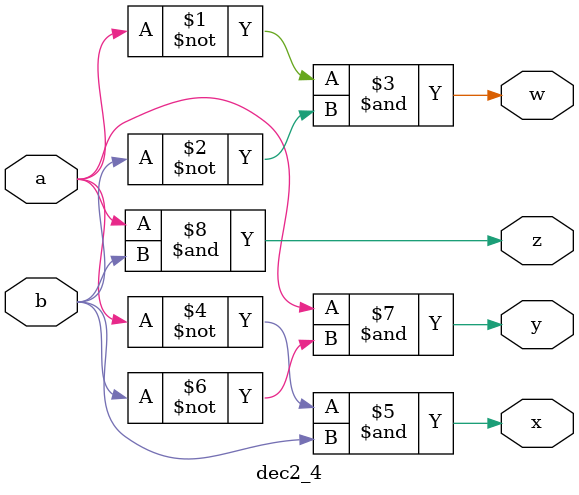
<source format=v>
module dec2_4(a,b,w,x,y,z);
output w,x,y,z;
input a,b;
assign w = (~a)&(~b);
assign x = (~a)&b;
assign y = a&(~b);
assign z = a&b;
endmodule
</source>
